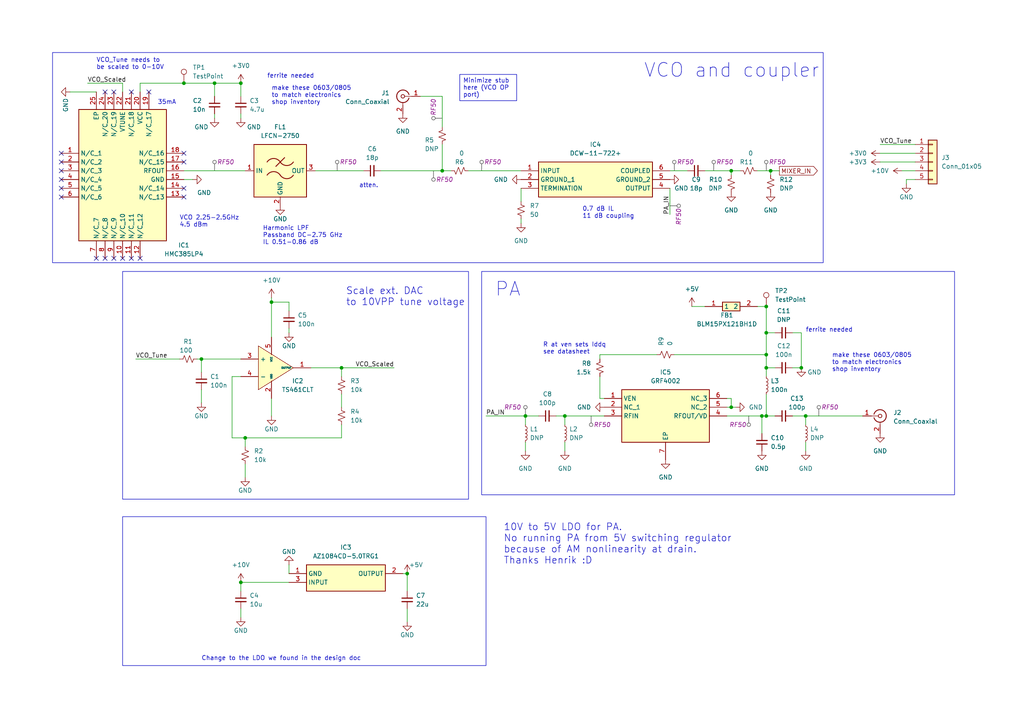
<source format=kicad_sch>
(kicad_sch (version 20230121) (generator eeschema)
  (paper "A4")
  (lib_symbols
    (symbol "Connector:Conn_Coaxial" (pin_names (offset 1.016) hide)
      (property "Reference" "J" (at 0.254 3.048 0))
      (property "Value" "Conn_Coaxial" (at 2.921 0 90))
      (symbol "Conn_Coaxial_0_1"
        (arc (start -1.778 -0.508) (mid 0.2311 -1.8066) (end 1.778 0) (stroke (width 0.254)))
        (polyline (pts (xy -2.54 0) (xy -0.508 0)))
        (polyline (pts (xy 0 -2.54) (xy 0 -1.778)))
        (circle (center 0 0) (radius 0.508) (stroke (width 0.2032)))
        (arc (start 1.778 0) (mid 0.2099 1.8101) (end -1.778 0.508) (stroke (width 0.254)))
      )
      (symbol "Conn_Coaxial_1_1"
        (pin passive line (at -5.08 0 0) (length 2.54) (name "In") (number "1"))
        (pin passive line (at 0 -5.08 90) (length 2.54) (name "Ext") (number "2"))
      )
    )
    (symbol "Connector:TestPoint" (pin_numbers hide) (pin_names (offset 0.762) hide)
      (property "Reference" "TP" (at 0 6.858 0))
      (property "Value" "TestPoint" (at 0 5.08 0))
      (symbol "TestPoint_0_1"
        (circle (center 0 3.302) (radius 0.762))
      )
      (symbol "TestPoint_1_1"
        (pin passive line (at 0 0 90) (length 2.54) (name "1") (number "1"))
      )
    )
    (symbol "Connector_Generic:Conn_01x05" (pin_names (offset 1.016) hide)
      (property "Reference" "J" (at 0 7.62 0))
      (property "Value" "Conn_01x05" (at 0 -7.62 0))
      (symbol "Conn_01x05_1_1"
        (rectangle (start -1.27 -4.953) (end 0 -5.207) (stroke (width 0.1524)))
        (rectangle (start -1.27 -2.413) (end 0 -2.667) (stroke (width 0.1524)))
        (rectangle (start -1.27 0.127) (end 0 -0.127) (stroke (width 0.1524)))
        (rectangle (start -1.27 2.667) (end 0 2.413) (stroke (width 0.1524)))
        (rectangle (start -1.27 5.207) (end 0 4.953) (stroke (width 0.1524)))
        (rectangle (start -1.27 6.35) (end 1.27 -6.35) (stroke (width 0.254)) (fill (type background)))
        (pin passive line (at -5.08 5.08 0) (length 3.81) (name "Pin_1") (number "1"))
        (pin passive line (at -5.08 2.54 0) (length 3.81) (name "Pin_2") (number "2"))
        (pin passive line (at -5.08 0 0) (length 3.81) (name "Pin_3") (number "3"))
        (pin passive line (at -5.08 -2.54 0) (length 3.81) (name "Pin_4") (number "4"))
        (pin passive line (at -5.08 -5.08 0) (length 3.81) (name "Pin_5") (number "5"))
      )
    )
    (symbol "Device:C_Small" (pin_numbers hide) (pin_names (offset 0.254) hide)
      (property "Reference" "C" (at 0.254 1.778 0))
      (property "Value" "C_Small" (at 0.254 -2.032 0))
      (symbol "C_Small_0_1"
        (polyline (pts (xy -1.524 -0.508) (xy 1.524 -0.508)) (stroke (width 0.3302)))
        (polyline (pts (xy -1.524 0.508) (xy 1.524 0.508)) (stroke (width 0.3048)))
      )
      (symbol "C_Small_1_1"
        (pin passive line (at 0 2.54 270) (length 2.032) (name "~") (number "1"))
        (pin passive line (at 0 -2.54 90) (length 2.032) (name "~") (number "2"))
      )
    )
    (symbol "Device:L_Small" (pin_numbers hide) (pin_names (offset 0.254) hide)
      (property "Reference" "L" (at 0.762 1.016 0))
      (property "Value" "L_Small" (at 0.762 -1.016 0))
      (symbol "L_Small_0_1"
        (arc (start 0 -2.032) (mid 0.5058 -1.524) (end 0 -1.016))
        (arc (start 0 -1.016) (mid 0.5058 -0.508) (end 0 0))
        (arc (start 0 0) (mid 0.5058 0.508) (end 0 1.016))
        (arc (start 0 1.016) (mid 0.5058 1.524) (end 0 2.032))
      )
      (symbol "L_Small_1_1"
        (pin passive line (at 0 2.54 270) (length 0.508) (name "~") (number "1"))
        (pin passive line (at 0 -2.54 90) (length 0.508) (name "~") (number "2"))
      )
    )
    (symbol "Device:R_Small_US" (pin_numbers hide) (pin_names (offset 0.254) hide)
      (property "Reference" "R" (at 0.762 0.508 0))
      (property "Value" "R_Small_US" (at 0.762 -1.016 0))
      (symbol "R_Small_US_1_1"
        (polyline (pts (xy 0 0) (xy 1.016 -0.381) (xy 0 -0.762) (xy -1.016 -1.143) (xy 0 -1.524)))
        (polyline (pts (xy 0 1.524) (xy 1.016 1.143) (xy 0 0.762) (xy -1.016 0.381) (xy 0 0)))
        (pin passive line (at 0 2.54 270) (length 1.016) (name "~") (number "1"))
        (pin passive line (at 0 -2.54 90) (length 1.016) (name "~") (number "2"))
      )
    )
    (symbol "RF_Filter:LFCN-2750"
      (property "Reference" "FL" (at 0 10.795 0))
      (property "Value" "LFCN-2750" (at 0 8.89 0))
      (symbol "LFCN-2750_0_1"
        (rectangle (start -7.62 7.62) (end 7.62 -7.62) (stroke (width 0.254)) (fill (type background)))
        (arc (start 0 -1.27) (mid -1.905 -0.2505) (end -3.81 -1.27) (stroke (width 0.254)))
        (arc (start 0 -1.27) (mid 1.905 -2.2895) (end 3.81 -1.27) (stroke (width 0.254)))
        (polyline (pts (xy -1.27 1.27) (xy 1.27 3.81)) (stroke (width 0.254)))
        (arc (start 0 2.54) (mid -1.905 3.5595) (end -3.81 2.54) (stroke (width 0.254)))
        (arc (start 0 2.54) (mid 1.905 1.5205) (end 3.81 2.54) (stroke (width 0.254)))
      )
      (symbol "LFCN-2750_1_1"
        (pin passive line (at -10.16 0 0) (length 2.54) (name "IN") (number "1"))
        (pin passive line (at 0 -10.16 90) (length 2.54) (name "GND") (number "2"))
        (pin passive line (at 10.16 0 180) (length 2.54) (name "OUT") (number "3"))
        (pin passive line (at 0 -10.16 90) (length 2.54) hide (name "GND") (number "4"))
      )
    )
    (symbol "SamacSys_Parts:AZ1084CD-5.0TRG1"
      (property "Reference" "IC" (at 29.21 7.62 0))
      (property "Value" "AZ1084CD-5.0TRG1" (at 29.21 5.08 0))
      (symbol "AZ1084CD-5.0TRG1_1_1"
        (rectangle (start 5.08 2.54) (end 27.94 -5.08) (stroke (width 0.254)) (fill (type background)))
        (pin power_in line (at 0 0 0) (length 5.08) (name "GND") (number "1"))
        (pin output line (at 33.02 0 180) (length 5.08) (name "OUTPUT") (number "2"))
        (pin input line (at 0 -2.54 0) (length 5.08) (name "INPUT") (number "3"))
      )
    )
    (symbol "SamacSys_Parts:BLM15PX121BH1D"
      (property "Reference" "FB" (at 3.81 6.35 0))
      (property "Value" "BLM15PX121BH1D" (at 3.81 3.81 0))
      (symbol "BLM15PX121BH1D_1_1"
        (rectangle (start 5.08 1.27) (end 10.16 -1.27) (stroke (width 0.254)) (fill (type background)))
        (pin passive line (at 0 0 0) (length 5.08) (name "1") (number "1"))
        (pin passive line (at 15.24 0 180) (length 5.08) (name "2") (number "2"))
      )
    )
    (symbol "SamacSys_Parts:DCW-11-722+"
      (property "Reference" "IC" (at 39.37 7.62 0))
      (property "Value" "DCW-11-722+" (at 39.37 5.08 0))
      (symbol "DCW-11-722+_1_1"
        (rectangle (start 5.08 2.54) (end 38.1 -7.62) (stroke (width 0.254)) (fill (type background)))
        (pin passive line (at 0 0 0) (length 5.08) (name "INPUT") (number "1"))
        (pin passive line (at 0 -2.54 0) (length 5.08) (name "GROUND_1") (number "2"))
        (pin passive line (at 0 -5.08 0) (length 5.08) (name "TERMINATION") (number "3"))
        (pin passive line (at 43.18 -5.08 180) (length 5.08) (name "OUTPUT") (number "4"))
        (pin passive line (at 43.18 -2.54 180) (length 5.08) (name "GROUND_2") (number "5"))
        (pin passive line (at 43.18 0 180) (length 5.08) (name "COUPLED") (number "6"))
      )
    )
    (symbol "SamacSys_Parts:GRF4002"
      (property "Reference" "IC" (at 31.75 7.62 0))
      (property "Value" "GRF4002" (at 31.75 5.08 0))
      (symbol "GRF4002_1_1"
        (rectangle (start 5.08 2.54) (end 30.48 -12.7) (stroke (width 0.254)) (fill (type background)))
        (pin passive line (at 0 0 0) (length 5.08) (name "VEN") (number "1"))
        (pin passive line (at 0 -2.54 0) (length 5.08) (name "NC_1") (number "2"))
        (pin passive line (at 0 -5.08 0) (length 5.08) (name "RFIN") (number "3"))
        (pin passive line (at 35.56 -5.08 180) (length 5.08) (name "RFOUT/VD") (number "4"))
        (pin passive line (at 35.56 -2.54 180) (length 5.08) (name "NC_2") (number "5"))
        (pin passive line (at 35.56 0 180) (length 5.08) (name "NC_3") (number "6"))
        (pin passive line (at 17.78 -17.78 90) (length 5.08) (name "EP") (number "7"))
      )
    )
    (symbol "SamacSys_Parts:HMC385LP4"
      (property "Reference" "IC" (at 31.75 17.78 0))
      (property "Value" "HMC385LP4" (at 31.75 15.24 0))
      (symbol "HMC385LP4_1_1"
        (rectangle (start 5.08 12.7) (end 30.48 -25.4) (stroke (width 0.254)) (fill (type background)))
        (pin passive line (at 0 0 0) (length 5.08) (name "N/C_1") (number "1"))
        (pin passive line (at 17.78 -30.48 90) (length 5.08) (name "N/C_10") (number "10"))
        (pin passive line (at 20.32 -30.48 90) (length 5.08) (name "N/C_11") (number "11"))
        (pin passive line (at 22.86 -30.48 90) (length 5.08) (name "N/C_12") (number "12"))
        (pin passive line (at 35.56 -12.7 180) (length 5.08) (name "N/C_13") (number "13"))
        (pin passive line (at 35.56 -10.16 180) (length 5.08) (name "N/C_14") (number "14"))
        (pin passive line (at 35.56 -7.62 180) (length 5.08) (name "GND") (number "15"))
        (pin passive line (at 35.56 -5.08 180) (length 5.08) (name "RFOUT") (number "16"))
        (pin passive line (at 35.56 -2.54 180) (length 5.08) (name "N/C_15") (number "17"))
        (pin passive line (at 35.56 0 180) (length 5.08) (name "N/C_16") (number "18"))
        (pin passive line (at 25.4 17.78 270) (length 5.08) (name "N/C_17") (number "19"))
        (pin passive line (at 0 -2.54 0) (length 5.08) (name "N/C_2") (number "2"))
        (pin passive line (at 22.86 17.78 270) (length 5.08) (name "VCC") (number "20"))
        (pin passive line (at 20.32 17.78 270) (length 5.08) (name "N/C_18") (number "21"))
        (pin passive line (at 17.78 17.78 270) (length 5.08) (name "VTUNE") (number "22"))
        (pin passive line (at 15.24 17.78 270) (length 5.08) (name "N/C_19") (number "23"))
        (pin passive line (at 12.7 17.78 270) (length 5.08) (name "N/C_20") (number "24"))
        (pin passive line (at 10.16 17.78 270) (length 5.08) (name "EP") (number "25"))
        (pin passive line (at 0 -5.08 0) (length 5.08) (name "N/C_3") (number "3"))
        (pin passive line (at 0 -7.62 0) (length 5.08) (name "N/C_4") (number "4"))
        (pin passive line (at 0 -10.16 0) (length 5.08) (name "N/C_5") (number "5"))
        (pin passive line (at 0 -12.7 0) (length 5.08) (name "N/C_6") (number "6"))
        (pin passive line (at 10.16 -30.48 90) (length 5.08) (name "N/C_7") (number "7"))
        (pin passive line (at 12.7 -30.48 90) (length 5.08) (name "N/C_8") (number "8"))
        (pin passive line (at 15.24 -30.48 90) (length 5.08) (name "N/C_9") (number "9"))
      )
    )
    (symbol "SamacSys_Parts:TS461CLT"
      (property "Reference" "IC" (at 11.43 -5.08 0))
      (property "Value" "TS461CLT" (at 11.43 -7.62 0))
      (symbol "TS461CLT_1_1"
        (polyline (pts (xy 0 -6.35) (xy 0 6.35) (xy 10.16 0) (xy 0 -6.35)) (fill (type background)))
        (pin output line (at 15.24 0 180) (length 5.08) (name "OUTPUT") (number "1"))
        (pin power_in line (at 3.81 -8.89 90) (length 5.08) (name "VDD") (number "2"))
        (pin input line (at -5.08 2.54 0) (length 5.08) (name "+") (number "3"))
        (pin input line (at -5.08 -2.54 0) (length 5.08) (name "-") (number "4"))
        (pin power_in line (at 3.81 8.89 270) (length 5.08) (name "VCC") (number "5"))
      )
    )
    (symbol "power:+10V" (power) (pin_names (offset 0))
      (property "Value" "+10V" (at 0 3.556 0))
      (symbol "+10V_0_1"
        (polyline (pts (xy -0.762 1.27) (xy 0 2.54)))
        (polyline (pts (xy 0 0) (xy 0 2.54)))
        (polyline (pts (xy 0 2.54) (xy 0.762 1.27)))
      )
      (symbol "+10V_1_1"
        (pin power_in line (at 0 0 90) (length 0) hide (name "+10V") (number "1"))
      )
    )
    (symbol "power:+3V0" (power) (pin_names (offset 0))
      (property "Value" "+3V0" (at 0 3.556 0))
      (symbol "+3V0_0_1"
        (polyline (pts (xy -0.762 1.27) (xy 0 2.54)))
        (polyline (pts (xy 0 0) (xy 0 2.54)))
        (polyline (pts (xy 0 2.54) (xy 0.762 1.27)))
      )
      (symbol "+3V0_1_1"
        (pin power_in line (at 0 0 90) (length 0) hide (name "+3V0") (number "1"))
      )
    )
    (symbol "power:+3V3" (power) (pin_names (offset 0))
      (property "Value" "+3V3" (at 0 3.556 0))
      (symbol "+3V3_0_1"
        (polyline (pts (xy -0.762 1.27) (xy 0 2.54)))
        (polyline (pts (xy 0 0) (xy 0 2.54)))
        (polyline (pts (xy 0 2.54) (xy 0.762 1.27)))
      )
      (symbol "+3V3_1_1"
        (pin power_in line (at 0 0 90) (length 0) hide (name "+3V3") (number "1"))
      )
    )
    (symbol "power:+5V" (power) (pin_names (offset 0))
      (property "Value" "+5V" (at 0 3.556 0))
      (symbol "+5V_0_1"
        (polyline (pts (xy -0.762 1.27) (xy 0 2.54)))
        (polyline (pts (xy 0 0) (xy 0 2.54)))
        (polyline (pts (xy 0 2.54) (xy 0.762 1.27)))
      )
      (symbol "+5V_1_1"
        (pin power_in line (at 0 0 90) (length 0) hide (name "+5V") (number "1"))
      )
    )
    (symbol "power:GND" (power) (pin_names (offset 0))
      (property "Value" "GND" (at 0 -3.81 0))
      (symbol "GND_0_1"
        (polyline (pts (xy 0 0) (xy 0 -1.27) (xy 1.27 -1.27) (xy 0 -2.54) (xy -1.27 -1.27) (xy 0 -1.27)))
      )
      (symbol "GND_1_1"
        (pin power_in line (at 0 0 270) (length 0) hide (name "GND") (number "1"))
      )
    )
  )
  (junction (at 128.27 49.53))
  (junction (at 163.83 120.65))
  (junction (at 222.25 120.65))
  (junction (at 118.11 166.37))
  (junction (at 71.12 127))
  (junction (at 78.74 87.63))
  (junction (at 222.25 102.87))
  (junction (at 222.25 88.9))
  (junction (at 212.09 49.53))
  (junction (at 69.85 24.13))
  (junction (at 99.06 106.68))
  (junction (at 53.34 24.13))
  (junction (at 223.52 49.53))
  (junction (at 232.41 106.68))
  (junction (at 152.4 120.65))
  (junction (at 222.25 96.52))
  (junction (at 233.68 120.65))
  (junction (at 58.42 104.14))
  (junction (at 69.85 168.91))
  (junction (at 212.09 118.11))
  (junction (at 220.98 120.65))
  (junction (at 62.23 24.13))
  (junction (at 222.25 106.68))
  (no_connect (at 17.78 54.61))
  (no_connect (at 53.34 54.61))
  (no_connect (at 53.34 46.99))
  (no_connect (at 43.18 26.67))
  (no_connect (at 17.78 44.45))
  (no_connect (at 33.02 74.93))
  (no_connect (at 17.78 49.53))
  (no_connect (at 53.34 57.15))
  (no_connect (at 30.48 26.67))
  (no_connect (at 30.48 74.93))
  (no_connect (at 17.78 46.99))
  (no_connect (at 27.94 74.93))
  (no_connect (at 38.1 26.67))
  (no_connect (at 17.78 57.15))
  (no_connect (at 40.64 74.93))
  (no_connect (at 35.56 74.93))
  (no_connect (at 17.78 52.07))
  (no_connect (at 53.34 44.45))
  (no_connect (at 33.02 26.67))
  (no_connect (at 38.1 74.93))
  (bus_entry (at 118.11 -35.56) (size 2.54 2.54))
  (wire (pts (xy 212.09 49.53) (xy 214.63 49.53)))
  (wire (pts (xy 78.74 115.57) (xy 78.74 120.65)))
  (wire (pts (xy 128.27 49.53) (xy 130.81 49.53)))
  (wire (pts (xy 210.82 120.65) (xy 220.98 120.65)))
  (wire (pts (xy 71.12 127) (xy 67.31 127)))
  (wire (pts (xy 118.11 176.53) (xy 118.11 180.34)))
  (wire (pts (xy 212.09 118.11) (xy 213.36 118.11)))
  (wire (pts (xy 173.99 109.22) (xy 173.99 115.57)))
  (wire (pts (xy 69.85 168.91) (xy 69.85 171.45)))
  (wire (pts (xy 255.27 41.91) (xy 265.43 41.91)))
  (wire (pts (xy 83.82 90.17) (xy 83.82 87.63)))
  (wire (pts (xy 25.4 24.13) (xy 35.56 24.13)))
  (wire (pts (xy 210.82 115.57) (xy 212.09 115.57)))
  (wire (pts (xy 71.12 129.54) (xy 71.12 127)))
  (wire (pts (xy 99.06 114.3) (xy 99.06 118.11)))
  (wire (pts (xy 62.23 33.02) (xy 62.23 34.29)))
  (wire (pts (xy 83.82 96.52) (xy 83.82 95.25)))
  (wire (pts (xy 222.25 114.3) (xy 222.25 120.65)))
  (wire (pts (xy 233.68 120.65) (xy 250.19 120.65)))
  (wire (pts (xy 255.27 44.45) (xy 265.43 44.45)))
  (wire (pts (xy 229.87 96.52) (xy 232.41 96.52)))
  (wire (pts (xy 220.98 125.73) (xy 220.98 120.65)))
  (wire (pts (xy 233.68 128.27) (xy 233.68 130.81)))
  (wire (pts (xy 53.34 49.53) (xy 71.12 49.53)))
  (wire (pts (xy 58.42 107.95) (xy 58.42 104.14)))
  (wire (pts (xy 83.82 163.83) (xy 83.82 166.37)))
  (wire (pts (xy 69.85 33.02) (xy 69.85 34.29)))
  (wire (pts (xy 222.25 120.65) (xy 224.79 120.65)))
  (wire (pts (xy 69.85 179.07) (xy 69.85 176.53)))
  (wire (pts (xy 71.12 134.62) (xy 71.12 138.43)))
  (wire (pts (xy 219.71 88.9) (xy 222.25 88.9)))
  (wire (pts (xy 210.82 118.11) (xy 212.09 118.11)))
  (wire (pts (xy 223.52 49.53) (xy 223.52 50.8)))
  (wire (pts (xy 53.34 52.07) (xy 55.88 52.07)))
  (wire (pts (xy 135.89 49.53) (xy 151.13 49.53)))
  (wire (pts (xy 229.87 106.68) (xy 232.41 106.68)))
  (wire (pts (xy 151.13 63.5) (xy 151.13 64.77)))
  (wire (pts (xy 232.41 96.52) (xy 232.41 106.68)))
  (wire (pts (xy 219.71 49.53) (xy 223.52 49.53)))
  (wire (pts (xy 69.85 27.94) (xy 69.85 24.13)))
  (wire (pts (xy 71.12 127) (xy 99.06 127)))
  (wire (pts (xy 233.68 120.65) (xy 229.87 120.65)))
  (wire (pts (xy 194.31 49.53) (xy 199.39 49.53)))
  (wire (pts (xy 222.25 96.52) (xy 222.25 102.87)))
  (wire (pts (xy 140.97 120.65) (xy 152.4 120.65)))
  (wire (pts (xy 222.25 106.68) (xy 222.25 109.22)))
  (wire (pts (xy 262.89 52.07) (xy 265.43 52.07)))
  (wire (pts (xy 200.66 88.9) (xy 204.47 88.9)))
  (wire (pts (xy 20.32 26.67) (xy 27.94 26.67)))
  (wire (pts (xy 224.79 106.68) (xy 222.25 106.68)))
  (wire (pts (xy 128.27 49.53) (xy 110.49 49.53)))
  (wire (pts (xy 173.99 102.87) (xy 190.5 102.87)))
  (wire (pts (xy 128.27 41.91) (xy 128.27 49.53)))
  (wire (pts (xy 152.4 120.65) (xy 156.21 120.65)))
  (wire (pts (xy 261.62 49.53) (xy 265.43 49.53)))
  (wire (pts (xy 39.37 104.14) (xy 52.07 104.14)))
  (wire (pts (xy 62.23 27.94) (xy 62.23 24.13)))
  (wire (pts (xy 35.56 26.67) (xy 35.56 24.13)))
  (wire (pts (xy 204.47 49.53) (xy 212.09 49.53)))
  (wire (pts (xy 67.31 127) (xy 67.31 109.22)))
  (wire (pts (xy 83.82 168.91) (xy 69.85 168.91)))
  (wire (pts (xy 222.25 88.9) (xy 222.25 96.52)))
  (wire (pts (xy 195.58 102.87) (xy 222.25 102.87)))
  (wire (pts (xy 99.06 127) (xy 99.06 123.19)))
  (wire (pts (xy 152.4 130.81) (xy 152.4 128.27)))
  (wire (pts (xy 224.79 96.52) (xy 222.25 96.52)))
  (wire (pts (xy 90.17 106.68) (xy 99.06 106.68)))
  (wire (pts (xy 223.52 49.53) (xy 226.06 49.53)))
  (wire (pts (xy 78.74 86.36) (xy 78.74 87.63)))
  (wire (pts (xy 62.23 24.13) (xy 53.34 24.13)))
  (wire (pts (xy 40.64 24.13) (xy 40.64 26.67)))
  (wire (pts (xy 163.83 120.65) (xy 175.26 120.65)))
  (wire (pts (xy 99.06 106.68) (xy 114.3 106.68)))
  (wire (pts (xy 128.27 27.94) (xy 128.27 36.83)))
  (wire (pts (xy 163.83 130.81) (xy 163.83 128.27)))
  (wire (pts (xy 212.09 50.8) (xy 212.09 49.53)))
  (wire (pts (xy 53.34 24.13) (xy 40.64 24.13)))
  (wire (pts (xy 173.99 104.14) (xy 173.99 102.87)))
  (wire (pts (xy 255.27 46.99) (xy 265.43 46.99)))
  (wire (pts (xy 194.31 54.61) (xy 194.31 62.23)))
  (wire (pts (xy 262.89 53.34) (xy 262.89 52.07)))
  (wire (pts (xy 67.31 109.22) (xy 69.85 109.22)))
  (wire (pts (xy 163.83 120.65) (xy 163.83 123.19)))
  (wire (pts (xy 118.11 166.37) (xy 116.84 166.37)))
  (wire (pts (xy 212.09 115.57) (xy 212.09 118.11)))
  (wire (pts (xy 99.06 106.68) (xy 99.06 109.22)))
  (wire (pts (xy 161.29 120.65) (xy 163.83 120.65)))
  (wire (pts (xy 151.13 54.61) (xy 151.13 58.42)))
  (wire (pts (xy 233.68 123.19) (xy 233.68 120.65)))
  (wire (pts (xy 173.99 115.57) (xy 175.26 115.57)))
  (wire (pts (xy 58.42 104.14) (xy 69.85 104.14)))
  (wire (pts (xy 78.74 87.63) (xy 78.74 97.79)))
  (wire (pts (xy 58.42 104.14) (xy 57.15 104.14)))
  (wire (pts (xy 152.4 123.19) (xy 152.4 120.65)))
  (wire (pts (xy 118.11 166.37) (xy 118.11 171.45)))
  (wire (pts (xy 121.92 27.94) (xy 128.27 27.94)))
  (wire (pts (xy 222.25 102.87) (xy 222.25 106.68)))
  (wire (pts (xy 62.23 24.13) (xy 69.85 24.13)))
  (wire (pts (xy 220.98 120.65) (xy 222.25 120.65)))
  (wire (pts (xy 91.44 49.53) (xy 105.41 49.53)))
  (wire (pts (xy 83.82 87.63) (xy 78.74 87.63)))
  (wire (pts (xy 58.42 113.03) (xy 58.42 116.84)))
  (rectangle (start 35.56 78.74) (end 135.89 144.78))
  (rectangle (start 15.24 15.24) (end 238.76 76.2))
  (rectangle (start 35.56 149.86) (end 140.97 193.04))
  (rectangle (start 139.7 78.74) (end 276.86 143.51))
  (text_box "Minimize stub here (VCO OP port)" (at 133.35 21.59 0) (size 16.51 7.62) (effects (font (size 1.27 1.27)) (justify left top)))
  (text "PA" (at 143.51 86.36 0) (effects (font (size 4 4)) (justify left bottom)))
  (text "ferrite needed" (at 233.68 96.52 0) (effects (font (size 1.27 1.27)) (justify left bottom)))
  (text "VCO and coupler" (at 186.69 22.86 0) (effects (font (size 4 4)) (justify left bottom)))
  (text "35mA" (at 45.72 30.48 0) (effects (font (size 1.27 1.27)) (justify left bottom)))
  (text "ferrite needed" (at 77.47 22.86 0) (effects (font (size 1.27 1.27)) (justify left bottom)))
  (text "Scale ext. DAC\nto 10VPP tune voltage" (at 100.33 88.9 0) (effects (font (size 2 2)) (justify left bottom)))
  (text "atten." (at 104.14 54.61 0) (effects (font (size 1.27 1.27)) (justify left bottom)))
  (text "10V to 5V LDO for PA. \nNo running PA from 5V switching regulator\nbecause of AM nonlinearity at drain.\nThanks Henrik :D" (at 146.05 163.83 0) (effects (font (size 2 2)) (justify left bottom)))
  (text "VCO 2.25-2.5GHz\n4.5 dBm " (at 52.07 66.04 0) (effects (font (size 1.27 1.27)) (justify left bottom)))
  (text "VCO_Tune needs to\nbe scaled to 0-10V" (at 27.94 20.32 0) (effects (font (size 1.27 1.27)) (justify left bottom)))
  (text "make these 0603/0805\nto match electronics \nshop inventory" (at 241.3 107.95 0) (effects (font (size 1.27 1.27)) (justify left bottom)))
  (text "Change to the LDO we found in the design doc" (at 58.42 191.77 0) (effects (font (size 1.27 1.27)) (justify left bottom)))
  (text "R at ven sets Iddq\nsee datasheet" (at 157.48 102.87 0) (effects (font (size 1.27 1.27)) (justify left bottom)))
  (text "make these 0603/0805\nto match electronics \nshop inventory" (at 78.74 30.48 0) (effects (font (size 1.27 1.27)) (justify left bottom)))
  (text "Harmonic LPF\nPassband DC-2.75 GHz\nIL 0.51-0.86 dB" (at 76.2 71.12 0) (effects (font (size 1.27 1.27)) (justify left bottom)))
  (text "0.7 dB IL\n11 dB coupling" (at 168.91 63.5 0) (effects (font (size 1.27 1.27)) (justify left bottom)))
  (label "VCO_Tune" (at 255.27 41.91 0))
  (label "VCO_Tune" (at 39.37 104.14 0))
  (label "VCO_Scaled" (at 25.4 24.13 0))
  (label "VCO_Scaled" (at 114.3 106.68 180))
  (label "PA_IN" (at 140.97 120.65 0))
  (label "PA_IN" (at 194.31 62.23 90))
  (global_label "MIXER_IN" (shape output) (at 226.06 49.53 0) (property "Intersheetrefs" "${INTERSHEET_REFS}" (effects hide)))
  (netclass_flag "" (length 2.54) (shape round) (at 207.01 49.53 0) (property "Netclass" "RF50" (at 207.7085 46.99 0) (effects (font italic) (justify left))))
  (netclass_flag "" (length 2.54) (shape round) (at 62.23 49.53 0) (property "Netclass" "RF50" (at 62.9285 46.99 0) (effects (font italic) (justify left))))
  (netclass_flag "" (length 2.54) (shape round) (at 217.17 120.65 180) (property "Netclass" "RF50" (at 216.4715 123.19 0) (effects (font italic) (justify right))))
  (netclass_flag "" (length 2.54) (shape round) (at 194.31 59.69 270) (property "Netclass" "RF50" (at 196.85 60.3885 90) (effects (font italic) (justify right))))
  (netclass_flag "" (length 2.54) (shape round) (at 222.25 49.53 0) (property "Netclass" "RF50" (at 222.9485 46.99 0) (effects (font italic) (justify left))))
  (netclass_flag "" (length 2.54) (shape round) (at 128.27 34.29 90) (property "Netclass" "RF50" (at 125.73 33.5915 90) (effects (font italic) (justify left))))
  (netclass_flag "" (length 2.54) (shape round) (at 171.45 120.65 180) (property "Netclass" "RF50" (at 172.1485 123.19 0) (effects (font italic) (justify left))))
  (netclass_flag "" (length 2.54) (shape round) (at 237.49 120.65 0) (property "Netclass" "RF50" (at 238.1885 118.11 0) (effects (font italic) (justify left))))
  (netclass_flag "" (length 2.54) (shape round) (at 97.79 49.53 0) (property "Netclass" "RF50" (at 98.4885 46.99 0) (effects (font italic) (justify left))))
  (netclass_flag "" (length 2.54) (shape round) (at 152.4 120.65 0) (property "Netclass" "RF50" (at 151.13 118.11 0) (effects (font italic) (justify right))))
  (netclass_flag "" (length 2.54) (shape round) (at 139.7 49.53 0) (property "Netclass" "RF50" (at 140.3985 46.99 0) (effects (font italic) (justify left))))
  (netclass_flag "" (length 2.54) (shape round) (at 125.73 49.53 180) (property "Netclass" "RF50" (at 126.4285 52.07 0) (effects (font italic) (justify left))))
  (netclass_flag "" (length 2.54) (shape round) (at 195.58 49.53 0) (property "Netclass" "RF50" (at 196.2785 46.99 0) (effects (font italic) (justify left))))
  (symbol (lib_id "Device:R_Small_US") (at 212.09 53.34 0) (mirror x) (unit 1)
    (property "Reference" "R10" (at 209.55 52.07 0) (effects (justify right)))
    (property "Value" "DNP" (at 209.55 54.61 0) (effects (justify right)))
    (property "Footprint" "Resistor_SMD:R_0402_1005Metric" (effects hide))
  )
  (symbol (lib_id "Device:L_Small") (at 222.25 111.76 0) (unit 1)
    (property "Reference" "L3" (at 223.52 110.49 0) (effects (justify left)))
    (property "Value" "100n" (at 223.52 113.03 0) (effects (justify left)))
    (property "Footprint" "Inductor_SMD:L_0402_1005Metric" (effects hide))
  )
  (symbol (lib_id "Device:R_Small_US") (at 223.52 53.34 180) (unit 1)
    (property "Reference" "R12" (at 226.06 52.07 0) (effects (justify right)))
    (property "Value" "DNP" (at 226.06 54.61 0) (effects (justify right)))
    (property "Footprint" "Resistor_SMD:R_0402_1005Metric" (effects hide))
  )
  (symbol (lib_id "power:GND") (at 151.13 52.07 270) (unit 1)
    (property "Reference" "#PWR022" (effects hide))
    (property "Value" "GND" (at 147.32 52.07 90) (effects (justify right)))
  )
  (symbol (lib_id "power:GND") (at 78.74 120.65 0) (unit 1)
    (property "Reference" "#PWR015" (effects hide))
    (property "Value" "GND" (at 78.74 124.46 0))
  )
  (symbol (lib_id "power:GND") (at 83.82 96.52 0) (unit 1)
    (property "Reference" "#PWR017" (effects hide))
    (property "Value" "GND" (at 83.82 100.33 0))
  )
  (symbol (lib_id "Device:R_Small_US") (at 173.99 106.68 0) (mirror x) (unit 1)
    (property "Reference" "R8" (at 171.45 105.41 0) (effects (justify right)))
    (property "Value" "1.5k" (at 171.45 107.95 0) (effects (justify right)))
    (property "Footprint" "Resistor_SMD:R_0402_1005Metric_Pad0.72x0.64mm_HandSolder" (effects hide))
  )
  (symbol (lib_id "power:GND") (at 233.68 130.81 0) (unit 1)
    (property "Reference" "#PWR035" (effects hide))
    (property "Value" "GND" (at 233.68 135.89 0))
  )
  (symbol (lib_id "power:GND") (at 213.36 118.11 90) (unit 1)
    (property "Reference" "#PWR031" (effects hide))
    (property "Value" "GND" (at 217.17 118.11 90) (effects (justify right)))
  )
  (symbol (lib_id "Connector:Conn_Coaxial") (at 116.84 27.94 0) (mirror y) (unit 1)
    (property "Reference" "J1" (at 113.03 26.9632 0) (effects (justify left)))
    (property "Value" "Conn_Coaxial" (at 113.03 29.5032 0) (effects (justify left)))
    (property "Footprint" "Connector_Coaxial:SMA_Molex_73251-1153_EdgeMount_Horizontal" (effects hide))
    (property "Datasheet" " ~" (effects hide))
  )
  (symbol (lib_id "SamacSys_Parts:TS461CLT") (at 74.93 106.68 0) (unit 1)
    (property "Reference" "IC2" (at 86.36 110.49 0))
    (property "Value" "TS461CLT" (at 86.36 113.03 0))
    (property "Footprint" "SamacSys_Parts:SOT95P280X145-5N" (effects hide))
    (property "Datasheet" "http://www.st.com/web/en/resource/technical/document/datasheet/CD00001507.pdf" (effects hide))
    (property "Height" "1.45" (effects hide))
    (property "Mouser Part Number" "511-TS461CL" (effects hide))
    (property "Mouser Price/Stock" "https://www.mouser.co.uk/ProductDetail/STMicroelectronics/TS461CLT?qs=AP713i%252BP1ss5qGQl1GcqlQ%3D%3D" (effects hide))
    (property "Manufacturer_Name" "STMicroelectronics" (effects hide))
    (property "Manufacturer_Part_Number" "TS461CLT" (effects hide))
  )
  (symbol (lib_id "Device:C_Small") (at 227.33 96.52 270) (unit 1)
    (property "Reference" "C11" (at 227.3236 90.17 90))
    (property "Value" "DNP" (at 227.3236 92.71 90))
    (property "Footprint" "Capacitor_SMD:C_0402_1005Metric_Pad0.74x0.62mm_HandSolder" (effects hide))
  )
  (symbol (lib_id "power:GND") (at 255.27 125.73 0) (unit 1)
    (property "Reference" "#PWR038" (effects hide))
    (property "Value" "GND" (at 255.27 130.81 0))
  )
  (symbol (lib_id "power:GND") (at 69.85 34.29 0) (unit 1)
    (property "Reference" "#PWR010" (effects hide))
    (property "Value" "GND" (at 73.66 36.83 0))
  )
  (symbol (lib_id "Device:R_Small_US") (at 128.27 39.37 0) (mirror y) (unit 1)
    (property "Reference" "R5" (at 123.19 40.64 0) (effects (justify right)))
    (property "Value" "DNP" (at 123.19 43.18 0) (effects (justify right)))
    (property "Footprint" "Resistor_SMD:R_0402_1005Metric" (effects hide))
  )
  (symbol (lib_id "power:+5V") (at 200.66 88.9 0) (unit 1)
    (property "Reference" "#PWR029" (effects hide))
    (property "Value" "+5V" (at 200.66 83.82 0))
  )
  (symbol (lib_id "power:GND") (at 163.83 130.81 0) (unit 1)
    (property "Reference" "#PWR025" (effects hide))
    (property "Value" "GND" (at 163.83 135.89 0))
  )
  (symbol (lib_id "Device:C_Small") (at 107.95 49.53 90) (mirror x) (unit 1)
    (property "Reference" "C6" (at 107.9563 43.18 90))
    (property "Value" "18p" (at 107.9563 45.72 90))
    (property "Footprint" "Capacitor_SMD:C_0402_1005Metric" (effects hide))
  )
  (symbol (lib_id "Device:L_Small") (at 233.68 125.73 0) (unit 1)
    (property "Reference" "L4" (at 234.95 124.46 0) (effects (justify left)))
    (property "Value" "DNP" (at 234.95 127 0) (effects (justify left)))
    (property "Footprint" "Inductor_SMD:L_0402_1005Metric" (effects hide))
  )
  (symbol (lib_id "power:GND") (at 118.11 180.34 0) (unit 1)
    (property "Reference" "#PWR021" (effects hide))
    (property "Value" "GND" (at 118.11 184.15 0))
  )
  (symbol (lib_id "Device:R_Small_US") (at 99.06 120.65 180) (unit 1)
    (property "Reference" "R4" (at 101.6 119.38 0) (effects (justify right)))
    (property "Value" "10k" (at 101.6 121.92 0) (effects (justify right)))
    (property "Footprint" "Resistor_SMD:R_0402_1005Metric_Pad0.72x0.64mm_HandSolder" (effects hide))
  )
  (symbol (lib_id "Device:R_Small_US") (at 54.61 104.14 270) (unit 1)
    (property "Reference" "R1" (at 55.88 99.06 90) (effects (justify right)))
    (property "Value" "100" (at 55.88 101.6 90) (effects (justify right)))
    (property "Footprint" "Resistor_SMD:R_0402_1005Metric_Pad0.72x0.64mm_HandSolder" (effects hide))
  )
  (symbol (lib_id "power:GND") (at 152.4 130.81 0) (unit 1)
    (property "Reference" "#PWR024" (effects hide))
    (property "Value" "GND" (at 152.4 135.89 0))
  )
  (symbol (lib_id "power:+3V0") (at 255.27 44.45 90) (unit 1)
    (property "Reference" "#PWR036" (effects hide))
    (property "Value" "+3V0" (at 251.46 44.45 90) (effects (justify left)))
  )
  (symbol (lib_id "power:GND") (at 193.04 133.35 0) (unit 1)
    (property "Reference" "#PWR027" (effects hide))
    (property "Value" "GND" (at 193.04 138.43 0))
  )
  (symbol (lib_id "power:GND") (at 83.82 163.83 180) (unit 1)
    (property "Reference" "#PWR018" (effects hide))
    (property "Value" "GND" (at 83.82 160.02 0))
  )
  (symbol (lib_id "Device:C_Small") (at 69.85 30.48 0) (mirror y) (unit 1)
    (property "Reference" "C3" (at 72.39 29.2163 0) (effects (justify right)))
    (property "Value" "4.7u" (at 72.39 31.7563 0) (effects (justify right)))
    (property "Footprint" "Capacitor_SMD:C_0805_2012Metric" (effects hide))
  )
  (symbol (lib_id "power:GND") (at 151.13 64.77 0) (unit 1)
    (property "Reference" "#PWR023" (effects hide))
    (property "Value" "GND" (at 151.13 69.85 0))
  )
  (symbol (lib_id "Device:C_Small") (at 227.33 120.65 90) (unit 1)
    (property "Reference" "C13" (at 231.14 115.57 90))
    (property "Value" "100p" (at 231.14 118.11 90))
    (property "Footprint" "Capacitor_SMD:C_0402_1005Metric" (effects hide))
  )
  (symbol (lib_id "Device:C_Small") (at 62.23 30.48 0) (mirror y) (unit 1)
    (property "Reference" "C2" (at 55.88 29.21 0) (effects (justify right)))
    (property "Value" "10n" (at 55.88 31.75 0) (effects (justify right)))
    (property "Footprint" "Capacitor_SMD:C_0603_1608Metric" (effects hide))
  )
  (symbol (lib_id "power:GND") (at 71.12 138.43 0) (unit 1)
    (property "Reference" "#PWR013" (effects hide))
    (property "Value" "GND" (at 71.12 142.24 0))
  )
  (symbol (lib_id "Device:C_Small") (at 220.98 128.27 180) (unit 1)
    (property "Reference" "C10" (at 223.52 126.9936 0) (effects (justify right)))
    (property "Value" "0.5p" (at 223.52 129.5336 0) (effects (justify right)))
    (property "Footprint" "Capacitor_SMD:C_0402_1005Metric" (effects hide))
  )
  (symbol (lib_id "Device:L_Small") (at 152.4 125.73 0) (unit 1)
    (property "Reference" "L1" (at 153.67 124.46 0) (effects (justify left)))
    (property "Value" "DNP" (at 153.67 127 0) (effects (justify left)))
    (property "Footprint" "Inductor_SMD:L_0402_1005Metric" (effects hide))
  )
  (symbol (lib_id "Connector:TestPoint") (at 222.25 88.9 0) (unit 1)
    (property "Reference" "TP2" (at 224.79 84.328 0) (effects (justify left)))
    (property "Value" "TestPoint" (at 224.79 86.868 0) (effects (justify left)))
    (property "Footprint" "TestPoint:TestPoint_Pad_1.0x1.0mm" (effects hide))
  )
  (symbol (lib_id "power:GND") (at 62.23 34.29 0) (unit 1)
    (property "Reference" "#PWR08" (effects hide))
    (property "Value" "GND" (at 58.42 36.83 0))
  )
  (symbol (lib_id "power:+3V0") (at 69.85 24.13 0) (unit 1)
    (property "Reference" "#PWR09" (effects hide))
    (property "Value" "+3V0" (at 69.85 19.05 0))
  )
  (symbol (lib_id "SamacSys_Parts:DCW-11-722+") (at 151.13 49.53 0) (unit 1)
    (property "Reference" "IC4" (at 172.72 41.91 0))
    (property "Value" "DCW-11-722+" (at 172.72 44.45 0))
    (property "Footprint" "SamacSys_Parts:DCW11722" (effects hide))
    (property "Datasheet" "https://co.mouser.com/datasheet/2/1030/DCW_11_722_2b-1858418.pdf" (effects hide))
    (property "Height" "0.61" (effects hide))
    (property "Manufacturer_Name" "Mini-Circuits" (effects hide))
    (property "Manufacturer_Part_Number" "DCW-11-722+" (effects hide))
    (property "Mouser Part Number" "139-DCW-11-722+" (effects hide))
    (property "Mouser Price/Stock" "https://www.mouser.co.uk/ProductDetail/Mini-Circuits/DCW-11-722%2b?qs=7MVldsJ5UazHOq4a%2FnJnrw%3D%3D" (effects hide))
  )
  (symbol (lib_id "power:GND") (at 223.52 55.88 0) (unit 1)
    (property "Reference" "#PWR033" (effects hide))
    (property "Value" "GND" (at 223.52 60.96 0))
  )
  (symbol (lib_id "power:GND") (at 262.89 53.34 0) (unit 1)
    (property "Reference" "#PWR040" (effects hide))
    (property "Value" "GND" (at 262.89 57.15 0))
  )
  (symbol (lib_id "power:GND") (at 212.09 55.88 0) (unit 1)
    (property "Reference" "#PWR030" (effects hide))
    (property "Value" "GND" (at 212.09 60.96 0))
  )
  (symbol (lib_id "power:GND") (at 81.28 59.69 0) (unit 1)
    (property "Reference" "#PWR016" (effects hide))
    (property "Value" "GND" (at 81.28 63.5 0))
  )
  (symbol (lib_id "Device:C_Small") (at 83.82 92.71 0) (unit 1)
    (property "Reference" "C5" (at 86.36 91.4463 0) (effects (justify left)))
    (property "Value" "100n" (at 86.36 93.9863 0) (effects (justify left)))
    (property "Footprint" "Capacitor_SMD:C_0402_1005Metric_Pad0.74x0.62mm_HandSolder" (effects hide))
  )
  (symbol (lib_id "Device:C_Small") (at 69.85 173.99 0) (unit 1)
    (property "Reference" "C4" (at 72.39 172.7263 0) (effects (justify left)))
    (property "Value" "10u" (at 72.39 175.2663 0) (effects (justify left)))
    (property "Footprint" "Capacitor_SMD:C_0805_2012Metric" (effects hide))
  )
  (symbol (lib_id "RF_Filter:LFCN-2750") (at 81.28 49.53 0) (unit 1)
    (property "Reference" "FL1" (at 81.28 36.83 0))
    (property "Value" "LFCN-2750" (at 81.28 39.37 0))
    (property "Footprint" "Filter:Filter_Mini-Circuits_FV1206" (effects hide))
    (property "Datasheet" "https://www.minicircuits.com/pdfs/LFCN-2750+.pdf" (effects hide))
  )
  (symbol (lib_id "Device:L_Small") (at 163.83 125.73 0) (unit 1)
    (property "Reference" "L2" (at 165.1 124.46 0) (effects (justify left)))
    (property "Value" "DNP" (at 165.1 127 0) (effects (justify left)))
    (property "Footprint" "Inductor_SMD:L_0402_1005Metric" (effects hide))
  )
  (symbol (lib_id "power:+5V") (at 118.11 166.37 0) (unit 1)
    (property "Reference" "#PWR020" (effects hide))
    (property "Value" "+5V" (at 120.65 163.83 0))
  )
  (symbol (lib_id "power:+10V") (at 78.74 86.36 0) (unit 1)
    (property "Reference" "#PWR014" (effects hide))
    (property "Value" "+10V" (at 78.74 81.28 0))
  )
  (symbol (lib_id "power:GND") (at 55.88 52.07 90) (unit 1)
    (property "Reference" "#PWR06" (effects hide))
    (property "Value" "GND" (at 57.15 55.88 90) (effects (justify right)))
  )
  (symbol (lib_id "Device:R_Small_US") (at 133.35 49.53 270) (mirror x) (unit 1)
    (property "Reference" "R6" (at 134.62 46.99 90) (effects (justify right)))
    (property "Value" "0" (at 134.62 44.45 90) (effects (justify right)))
    (property "Footprint" "Resistor_SMD:R_0402_1005Metric" (effects hide))
  )
  (symbol (lib_id "Connector:TestPoint") (at 53.34 24.13 0) (unit 1)
    (property "Reference" "TP1" (at 55.88 19.558 0) (effects (justify left)))
    (property "Value" "TestPoint" (at 55.88 22.098 0) (effects (justify left)))
    (property "Footprint" "TestPoint:TestPoint_Pad_1.0x1.0mm" (effects hide))
  )
  (symbol (lib_id "power:GND") (at 20.32 26.67 270) (unit 1)
    (property "Reference" "#PWR05" (effects hide))
    (property "Value" "GND" (at 19.05 30.48 0))
  )
  (symbol (lib_id "Device:R_Small_US") (at 217.17 49.53 270) (mirror x) (unit 1)
    (property "Reference" "R11" (at 218.44 46.99 90) (effects (justify right)))
    (property "Value" "0" (at 218.44 44.45 90) (effects (justify right)))
    (property "Footprint" "Resistor_SMD:R_0402_1005Metric" (effects hide))
  )
  (symbol (lib_id "power:+10V") (at 69.85 168.91 0) (unit 1)
    (property "Reference" "#PWR011" (effects hide))
    (property "Value" "+10V" (at 69.85 163.83 0))
  )
  (symbol (lib_id "Device:R_Small_US") (at 151.13 60.96 0) (unit 1)
    (property "Reference" "R7" (at 153.67 59.69 0) (effects (justify left)))
    (property "Value" "50" (at 153.67 62.23 0) (effects (justify left)))
    (property "Footprint" "Resistor_SMD:R_0603_1608Metric_Pad0.98x0.95mm_HandSolder" (effects hide))
  )
  (symbol (lib_id "Device:C_Small") (at 227.33 106.68 270) (unit 1)
    (property "Reference" "C12" (at 227.3236 100.33 90))
    (property "Value" "100n" (at 227.3236 102.87 90))
    (property "Footprint" "Capacitor_SMD:C_0402_1005Metric_Pad0.74x0.62mm_HandSolder" (effects hide))
  )
  (symbol (lib_id "Device:C_Small") (at 201.93 49.53 90) (mirror x) (unit 1)
    (property "Reference" "C9" (at 201.93 52.07 90))
    (property "Value" "18p" (at 201.93 54.61 90))
    (property "Footprint" "Capacitor_SMD:C_0402_1005Metric" (effects hide))
  )
  (symbol (lib_id "Device:R_Small_US") (at 71.12 132.08 180) (unit 1)
    (property "Reference" "R2" (at 73.66 130.81 0) (effects (justify right)))
    (property "Value" "10k" (at 73.66 133.35 0) (effects (justify right)))
    (property "Footprint" "Resistor_SMD:R_0402_1005Metric_Pad0.72x0.64mm_HandSolder" (effects hide))
  )
  (symbol (lib_id "power:GND") (at 194.31 52.07 90) (unit 1)
    (property "Reference" "#PWR028" (effects hide))
    (property "Value" "GND" (at 195.58 54.61 90) (effects (justify right)))
  )
  (symbol (lib_id "power:GND") (at 116.84 33.02 0) (unit 1)
    (property "Reference" "#PWR019" (effects hide))
    (property "Value" "GND" (at 116.84 38.1 0))
  )
  (symbol (lib_id "power:GND") (at 69.85 179.07 0) (unit 1)
    (property "Reference" "#PWR012" (effects hide))
    (property "Value" "GND" (at 69.85 182.88 0))
  )
  (symbol (lib_id "power:GND") (at 220.98 130.81 0) (unit 1)
    (property "Reference" "#PWR032" (effects hide))
    (property "Value" "GND" (at 220.98 135.89 0))
  )
  (symbol (lib_id "power:+3V3") (at 255.27 46.99 90) (unit 1)
    (property "Reference" "#PWR037" (effects hide))
    (property "Value" "+3V3" (at 251.46 46.99 90) (effects (justify left)))
  )
  (symbol (lib_id "power:GND") (at 58.42 116.84 0) (unit 1)
    (property "Reference" "#PWR07" (effects hide))
    (property "Value" "GND" (at 58.42 120.65 0))
  )
  (symbol (lib_id "Device:R_Small_US") (at 99.06 111.76 180) (unit 1)
    (property "Reference" "R3" (at 101.6 110.49 0) (effects (justify right)))
    (property "Value" "10k" (at 101.6 113.03 0) (effects (justify right)))
    (property "Footprint" "Resistor_SMD:R_0402_1005Metric_Pad0.72x0.64mm_HandSolder" (effects hide))
  )
  (symbol (lib_id "power:GND") (at 232.41 106.68 0) (unit 1)
    (property "Reference" "#PWR034" (effects hide))
    (property "Value" "GND" (at 236.22 107.95 0))
  )
  (symbol (lib_id "Device:C_Small") (at 158.75 120.65 90) (unit 1)
    (property "Reference" "C8" (at 158.7563 114.3 90))
    (property "Value" "100p" (at 158.7563 116.84 90))
    (property "Footprint" "Capacitor_SMD:C_0402_1005Metric" (effects hide))
  )
  (symbol (lib_id "SamacSys_Parts:GRF4002") (at 175.26 115.57 0) (unit 1)
    (property "Reference" "IC5" (at 193.04 107.95 0))
    (property "Value" "GRF4002" (at 193.04 110.49 0))
    (property "Footprint" "SamacSys_Parts:SON50P150X150X50-7N-D" (effects hide))
    (property "Height" "0.5" (effects hide))
    (property "Mouser Part Number" "459-GRF4002" (effects hide))
    (property "Mouser Price/Stock" "https://www.mouser.co.uk/ProductDetail/Guerrilla-RF/GRF4002?qs=3tDLu8XvM80e9kU4iVMm0A%3D%3D" (effects hide))
    (property "Manufacturer_Name" "Guerrilla RF" (effects hide))
    (property "Manufacturer_Part_Number" "GRF4002" (effects hide))
  )
  (symbol (lib_id "Device:C_Small") (at 58.42 110.49 0) (unit 1)
    (property "Reference" "C1" (at 60.96 109.2263 0) (effects (justify left)))
    (property "Value" "100n" (at 60.96 111.7663 0) (effects (justify left)))
    (property "Footprint" "Capacitor_SMD:C_0402_1005Metric_Pad0.74x0.62mm_HandSolder" (effects hide))
  )
  (symbol (lib_id "Connector:Conn_Coaxial") (at 255.27 120.65 0) (unit 1)
    (property "Reference" "J2" (at 259.08 119.6732 0) (effects (justify left)))
    (property "Value" "Conn_Coaxial" (at 259.08 122.2132 0) (effects (justify left)))
    (property "Footprint" "Connector_Coaxial:SMA_Molex_73251-1153_EdgeMount_Horizontal" (effects hide))
    (property "Datasheet" " ~" (effects hide))
  )
  (symbol (lib_id "SamacSys_Parts:AZ1084CD-5.0TRG1") (at 83.82 166.37 0) (unit 1)
    (property "Reference" "IC3" (at 100.33 158.75 0))
    (property "Value" "AZ1084CD-5.0TRG1" (at 100.33 161.29 0))
    (property "Footprint" "AZ1084CD50TRG1" (effects hide))
    (property "Datasheet" "https://www.diodes.com/assets/Datasheets/AZ1084C.pdf" (effects hide))
    (property "Height" "2.38" (effects hide))
    (property "Mouser Part Number" "621-AZ1084CD-5.0TRG1" (effects hide))
    (property "Mouser Price/Stock" "https://www.mouser.co.uk/ProductDetail/Diodes-Incorporated/AZ1084CD-5.0TRG1?qs=5V6w%252Be2aIqY1QaMHWnvTJw%3D%3D" (effects hide))
    (property "Manufacturer_Name" "Diodes Incorporated" (effects hide))
    (property "Manufacturer_Part_Number" "AZ1084CD-5.0TRG1" (effects hide))
  )
  (symbol (lib_id "SamacSys_Parts:HMC385LP4") (at 17.78 44.45 0) (unit 1)
    (property "Reference" "IC1" (at 53.34 71.12 0))
    (property "Value" "HMC385LP4" (at 53.34 73.66 0))
    (property "Footprint" "SamacSys_Parts:QFN50P400X400X100-25N" (effects hide))
    (property "Datasheet" "https://componentsearchengine.com/Datasheets/1/HMC385LP4.pdf" (effects hide))
    (property "Height" "1" (effects hide))
    (property "Mouser Part Number" "584-HMC385LP4" (effects hide))
    (property "Mouser Price/Stock" "https://www.mouser.com/Search/Refine.aspx?Keyword=584-HMC385LP4" (effects hide))
    (property "Manufacturer_Name" "Analog Devices" (effects hide))
    (property "Manufacturer_Part_Number" "HMC385LP4" (effects hide))
  )
  (symbol (lib_id "Device:C_Small") (at 118.11 173.99 0) (unit 1)
    (property "Reference" "C7" (at 120.65 172.7263 0) (effects (justify left)))
    (property "Value" "22u" (at 120.65 175.2663 0) (effects (justify left)))
    (property "Footprint" "Capacitor_SMD:C_0805_2012Metric" (effects hide))
  )
  (symbol (lib_id "power:+10V") (at 261.62 49.53 90) (unit 1)
    (property "Reference" "#PWR039" (effects hide))
    (property "Value" "+10V" (at 257.81 49.53 90) (effects (justify left)))
  )
  (symbol (lib_id "SamacSys_Parts:BLM15PX121BH1D") (at 204.47 88.9 0) (unit 1)
    (property "Reference" "FB1" (at 210.82 91.44 0))
    (property "Value" "BLM15PX121BH1D" (at 210.82 93.98 0))
    (property "Footprint" "SamacSys_Parts:BLM15PX_BH1" (effects hide))
    (property "Datasheet" "https://www.murata.com/en-global/products/productdetail.aspx?cate=luNoiseSupprFilteChipFerriBead&partno=BLM15PX121BH1%23" (effects hide))
    (property "Mouser Part Number" "81-BLM15PX121BH1D" (effects hide))
    (property "Mouser Price/Stock" "https://www.mouser.co.uk/ProductDetail/Murata-Electronics/BLM15PX121BH1D?qs=9vOqFld9vZVEANUCBIdXVQ%3D%3D" (effects hide))
    (property "Manufacturer_Name" "Murata Electronics" (effects hide))
    (property "Manufacturer_Part_Number" "BLM15PX121BH1D" (effects hide))
  )
  (symbol (lib_id "Connector_Generic:Conn_01x05") (at 270.51 46.99 0) (unit 1)
    (property "Reference" "J3" (at 273.05 45.72 0) (effects (justify left)))
    (property "Value" "Conn_01x05" (at 273.05 48.26 0) (effects (justify left)))
    (property "Footprint" "Connector_PinHeader_2.54mm:PinHeader_1x05_P2.54mm_Vertical" (effects hide))
  )
  (symbol (lib_id "Device:R_Small_US") (at 193.04 102.87 270) (unit 1)
    (property "Reference" "R9" (at 191.77 100.33 0) (effects (justify right)))
    (property "Value" "0" (at 194.31 100.33 0) (effects (justify right)))
    (property "Footprint" "Resistor_SMD:R_0402_1005Metric_Pad0.72x0.64mm_HandSolder" (effects hide))
  )
  (symbol (lib_id "power:GND") (at 175.26 118.11 270) (unit 1)
    (property "Reference" "#PWR026" (effects hide))
    (property "Value" "GND" (at 171.45 118.11 90) (effects (justify right)))
  )
)
</source>
